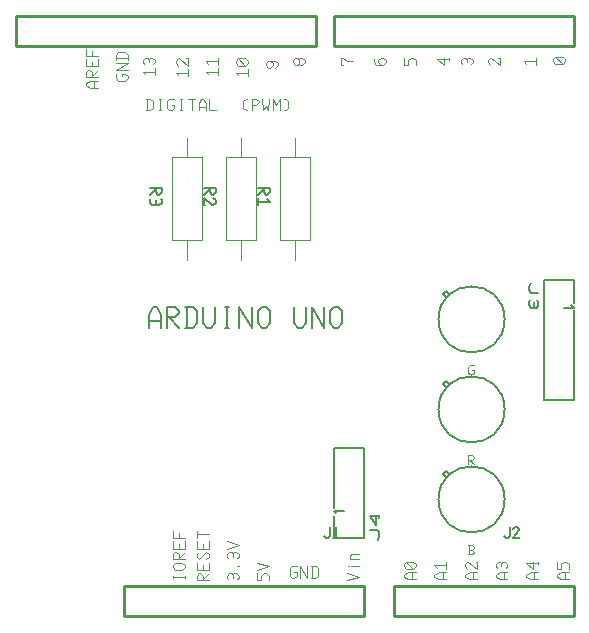
<source format=gbr>
G04 Generated by Ultiboard 14.1 *
%FSLAX34Y34*%
%MOMM*%

%ADD10C,0.0001*%
%ADD11C,0.0933*%
%ADD12C,0.1333*%
%ADD13C,0.2540*%
%ADD14C,0.1600*%
%ADD15C,0.2032*%
%ADD16C,0.1000*%
%ADD17C,0.0706*%
%ADD18C,0.2000*%


G04 ColorRGB FFFF00 for the following layer *
%LNSilkscreen Top*%
%LPD*%
G54D10*
G54D11*
X638380Y486684D02*
X640380Y484693D01*
X640380Y482702D01*
X638380Y480711D01*
X632380Y480711D01*
X630380Y482702D01*
X630380Y484693D01*
X632380Y486684D01*
X638380Y486684D01*
X638380Y480711D02*
X632380Y486684D01*
X577040Y479716D02*
X575040Y481707D01*
X575040Y483698D01*
X577040Y485689D01*
X578040Y485689D01*
X585040Y479716D01*
X585040Y485689D01*
X584040Y485689D01*
X607520Y480711D02*
X605520Y482702D01*
X615520Y482702D01*
X615520Y479716D02*
X615520Y485689D01*
X553180Y480711D02*
X552180Y481707D01*
X552180Y483698D01*
X554180Y485689D01*
X556180Y485689D01*
X557180Y484693D01*
X558180Y485689D01*
X560180Y485689D01*
X562180Y483698D01*
X562180Y481707D01*
X561180Y480711D01*
X557180Y481707D02*
X557180Y484693D01*
X537860Y485689D02*
X537860Y479716D01*
X531860Y484693D01*
X541860Y484693D01*
X541860Y483698D02*
X541860Y485689D01*
X503920Y485689D02*
X503920Y479716D01*
X507920Y479716D01*
X507920Y483698D01*
X509920Y485689D01*
X511920Y485689D01*
X513920Y483698D01*
X513920Y479716D01*
X419940Y483698D02*
X419940Y481707D01*
X417940Y479716D01*
X415940Y479716D01*
X414940Y480711D01*
X413940Y479716D01*
X411940Y479716D01*
X409940Y481707D01*
X409940Y483698D01*
X411940Y485689D01*
X413940Y485689D01*
X414940Y484693D01*
X415940Y485689D01*
X417940Y485689D01*
X419940Y483698D01*
X414940Y480711D02*
X414940Y484693D01*
X460580Y482702D02*
X455580Y482702D01*
X452580Y485689D01*
X450580Y485689D01*
X450580Y479716D01*
X452580Y479716D01*
X478520Y484693D02*
X478520Y481707D01*
X480520Y479716D01*
X484520Y479716D01*
X486520Y479716D01*
X488520Y481707D01*
X488520Y483698D01*
X486520Y485689D01*
X484520Y485689D01*
X482520Y483698D01*
X482520Y481707D01*
X484520Y479716D01*
X395080Y477176D02*
X397080Y479167D01*
X397080Y481158D01*
X395080Y483149D01*
X391080Y483149D01*
X389080Y483149D01*
X387080Y481158D01*
X387080Y479167D01*
X389080Y477176D01*
X391080Y477176D01*
X393080Y479167D01*
X393080Y481158D01*
X391080Y483149D01*
X363680Y471151D02*
X361680Y473142D01*
X371680Y473142D01*
X371680Y470156D02*
X371680Y476129D01*
X363680Y479116D02*
X361680Y481107D01*
X361680Y483098D01*
X363680Y485089D01*
X369680Y485089D01*
X371680Y483098D01*
X371680Y481107D01*
X369680Y479116D01*
X363680Y479116D01*
X363680Y485089D02*
X369680Y479116D01*
X338280Y471751D02*
X336280Y473742D01*
X346280Y473742D01*
X346280Y470756D02*
X346280Y476729D01*
X338280Y480711D02*
X336280Y482702D01*
X346280Y482702D01*
X346280Y479716D02*
X346280Y485689D01*
X312880Y471151D02*
X310880Y473142D01*
X320880Y473142D01*
X320880Y470156D02*
X320880Y476129D01*
X312880Y479116D02*
X310880Y481107D01*
X310880Y483098D01*
X312880Y485089D01*
X313880Y485089D01*
X320880Y479116D01*
X320880Y485089D01*
X319880Y485089D01*
X284940Y471751D02*
X282940Y473742D01*
X292940Y473742D01*
X292940Y470756D02*
X292940Y476729D01*
X283940Y480711D02*
X282940Y481707D01*
X282940Y483698D01*
X284940Y485689D01*
X286940Y485689D01*
X287940Y484693D01*
X288940Y485689D01*
X290940Y485689D01*
X292940Y483698D01*
X292940Y481707D01*
X291940Y480711D01*
X287940Y481707D02*
X287940Y484693D01*
X265080Y470258D02*
X265080Y472249D01*
X268080Y472249D01*
X270080Y470258D01*
X270080Y468267D01*
X268080Y466276D01*
X262080Y466276D01*
X260080Y468267D01*
X260080Y472249D01*
X270080Y475236D02*
X260080Y475236D01*
X270080Y481209D01*
X260080Y481209D01*
X270080Y484196D02*
X270080Y488178D01*
X268080Y490169D01*
X262080Y490169D01*
X260080Y488178D01*
X260080Y484196D01*
X260080Y485191D02*
X270080Y485191D01*
X244680Y460456D02*
X238680Y460456D01*
X234680Y462447D01*
X234680Y464438D01*
X238680Y466429D01*
X244680Y466429D01*
X241680Y460456D02*
X241680Y466429D01*
X244680Y469416D02*
X234680Y469416D01*
X234680Y473398D01*
X236680Y475389D01*
X237680Y475389D01*
X239680Y473398D01*
X239680Y469416D01*
X239680Y470411D02*
X244680Y475389D01*
X244680Y484349D02*
X244680Y478376D01*
X239680Y478376D01*
X234680Y478376D01*
X234680Y484349D01*
X239680Y478376D02*
X239680Y482358D01*
X244680Y487336D02*
X234680Y487336D01*
X234680Y493309D01*
X239680Y487336D02*
X239680Y491318D01*
X513920Y44036D02*
X507920Y44036D01*
X503920Y46027D01*
X503920Y48018D01*
X507920Y50009D01*
X513920Y50009D01*
X510920Y44036D02*
X510920Y50009D01*
X505920Y52996D02*
X503920Y54987D01*
X503920Y56978D01*
X505920Y58969D01*
X511920Y58969D01*
X513920Y56978D01*
X513920Y54987D01*
X511920Y52996D01*
X505920Y52996D01*
X505920Y58969D02*
X511920Y52996D01*
X643460Y44036D02*
X637460Y44036D01*
X633460Y46027D01*
X633460Y48018D01*
X637460Y50009D01*
X643460Y50009D01*
X640460Y44036D02*
X640460Y50009D01*
X633460Y58969D02*
X633460Y52996D01*
X637460Y52996D01*
X637460Y56978D01*
X639460Y58969D01*
X641460Y58969D01*
X643460Y56978D01*
X643460Y52996D01*
X539828Y44036D02*
X533828Y44036D01*
X529828Y46027D01*
X529828Y48018D01*
X533828Y50009D01*
X539828Y50009D01*
X536828Y44036D02*
X536828Y50009D01*
X531828Y53991D02*
X529828Y55982D01*
X539828Y55982D01*
X539828Y52996D02*
X539828Y58969D01*
X565736Y44036D02*
X559736Y44036D01*
X555736Y46027D01*
X555736Y48018D01*
X559736Y50009D01*
X565736Y50009D01*
X562736Y44036D02*
X562736Y50009D01*
X557736Y52996D02*
X555736Y54987D01*
X555736Y56978D01*
X557736Y58969D01*
X558736Y58969D01*
X565736Y52996D01*
X565736Y58969D01*
X564736Y58969D01*
X591644Y44036D02*
X585644Y44036D01*
X581644Y46027D01*
X581644Y48018D01*
X585644Y50009D01*
X591644Y50009D01*
X588644Y44036D02*
X588644Y50009D01*
X582644Y53991D02*
X581644Y54987D01*
X581644Y56978D01*
X583644Y58969D01*
X585644Y58969D01*
X586644Y57973D01*
X587644Y58969D01*
X589644Y58969D01*
X591644Y56978D01*
X591644Y54987D01*
X590644Y53991D01*
X586644Y54987D02*
X586644Y57973D01*
X617552Y44036D02*
X611552Y44036D01*
X607552Y46027D01*
X607552Y48018D01*
X611552Y50009D01*
X617552Y50009D01*
X614552Y44036D02*
X614552Y50009D01*
X613552Y58969D02*
X613552Y52996D01*
X607552Y57973D01*
X617552Y57973D01*
X617552Y56978D02*
X617552Y58969D01*
X318340Y45287D02*
X318340Y47278D01*
X308340Y45287D02*
X308340Y47278D01*
X318340Y46282D02*
X308340Y46282D01*
X316340Y52256D02*
X318340Y54247D01*
X318340Y56238D01*
X316340Y58229D01*
X310340Y58229D01*
X308340Y56238D01*
X308340Y54247D01*
X310340Y52256D01*
X316340Y52256D01*
X318340Y61216D02*
X308340Y61216D01*
X308340Y65198D01*
X310340Y67189D01*
X311340Y67189D01*
X313340Y65198D01*
X313340Y61216D01*
X313340Y62211D02*
X318340Y67189D01*
X318340Y76149D02*
X318340Y70176D01*
X313340Y70176D01*
X308340Y70176D01*
X308340Y76149D01*
X313340Y70176D02*
X313340Y74158D01*
X318340Y79136D02*
X308340Y79136D01*
X308340Y85109D01*
X313340Y79136D02*
X313340Y83118D01*
X338660Y43296D02*
X328660Y43296D01*
X328660Y47278D01*
X330660Y49269D01*
X331660Y49269D01*
X333660Y47278D01*
X333660Y43296D01*
X333660Y44291D02*
X338660Y49269D01*
X338660Y58229D02*
X338660Y52256D01*
X333660Y52256D01*
X328660Y52256D01*
X328660Y58229D01*
X333660Y52256D02*
X333660Y56238D01*
X336660Y61216D02*
X338660Y63207D01*
X338660Y65198D01*
X336660Y67189D01*
X330660Y61216D01*
X328660Y63207D01*
X328660Y65198D01*
X330660Y67189D01*
X338660Y76149D02*
X338660Y70176D01*
X333660Y70176D01*
X328660Y70176D01*
X328660Y76149D01*
X333660Y70176D02*
X333660Y74158D01*
X338660Y82122D02*
X328660Y82122D01*
X328660Y79136D02*
X328660Y85109D01*
X455660Y43296D02*
X465660Y46282D01*
X455660Y49269D01*
X465660Y55242D02*
X459660Y55242D01*
X457660Y55242D02*
X456660Y55242D01*
X465660Y61216D02*
X459660Y61216D01*
X458660Y61216D01*
X459660Y61216D02*
X458660Y62211D01*
X458660Y64202D01*
X459660Y65198D01*
X465660Y65198D01*
X379460Y49269D02*
X379460Y43296D01*
X383460Y43296D01*
X383460Y47278D01*
X385460Y49269D01*
X387460Y49269D01*
X389460Y47278D01*
X389460Y43296D01*
X379460Y52256D02*
X389460Y55242D01*
X379460Y58229D01*
X411378Y50300D02*
X413369Y50300D01*
X413369Y47300D01*
X411378Y45300D01*
X409387Y45300D01*
X407396Y47300D01*
X407396Y53300D01*
X409387Y55300D01*
X413369Y55300D01*
X416356Y45300D02*
X416356Y55300D01*
X422329Y45300D01*
X422329Y55300D01*
X425316Y45300D02*
X429298Y45300D01*
X431289Y47300D01*
X431289Y53300D01*
X429298Y55300D01*
X425316Y55300D01*
X426311Y55300D02*
X426311Y45300D01*
X285476Y441120D02*
X289458Y441120D01*
X291449Y443120D01*
X291449Y449120D01*
X289458Y451120D01*
X285476Y451120D01*
X286471Y451120D02*
X286471Y441120D01*
X296427Y441120D02*
X298418Y441120D01*
X296427Y451120D02*
X298418Y451120D01*
X297422Y441120D02*
X297422Y451120D01*
X307378Y446120D02*
X309369Y446120D01*
X309369Y443120D01*
X307378Y441120D01*
X305387Y441120D01*
X303396Y443120D01*
X303396Y449120D01*
X305387Y451120D01*
X309369Y451120D01*
X314347Y441120D02*
X316338Y441120D01*
X314347Y451120D02*
X316338Y451120D01*
X315342Y441120D02*
X315342Y451120D01*
X324302Y441120D02*
X324302Y451120D01*
X321316Y451120D02*
X327289Y451120D01*
X330276Y441120D02*
X330276Y447120D01*
X332267Y451120D01*
X334258Y451120D01*
X336249Y447120D01*
X336249Y441120D01*
X330276Y444120D02*
X336249Y444120D01*
X339236Y451120D02*
X339236Y441120D01*
X345209Y441120D01*
X371093Y441120D02*
X370098Y441120D01*
X368107Y443120D01*
X368107Y449120D01*
X370098Y451120D01*
X371093Y451120D01*
X375076Y441120D02*
X375076Y451120D01*
X379058Y451120D01*
X381049Y449120D01*
X381049Y448120D01*
X379058Y446120D01*
X375076Y446120D01*
X384036Y451120D02*
X385031Y441120D01*
X387022Y445120D01*
X389013Y441120D01*
X390009Y451120D01*
X392996Y441120D02*
X392996Y451120D01*
X395982Y446120D01*
X398969Y451120D01*
X398969Y441120D01*
X402951Y451120D02*
X403947Y451120D01*
X405938Y449120D01*
X405938Y443120D01*
X403947Y441120D01*
X402951Y441120D01*
X355060Y44291D02*
X354060Y45287D01*
X354060Y47278D01*
X356060Y49269D01*
X358060Y49269D01*
X359060Y48273D01*
X360060Y49269D01*
X362060Y49269D01*
X364060Y47278D01*
X364060Y45287D01*
X363060Y44291D01*
X359060Y45287D02*
X359060Y48273D01*
X364060Y55242D02*
X363060Y55242D01*
X355060Y62211D02*
X354060Y63207D01*
X354060Y65198D01*
X356060Y67189D01*
X358060Y67189D01*
X359060Y66193D01*
X360060Y67189D01*
X362060Y67189D01*
X364060Y65198D01*
X364060Y63207D01*
X363060Y62211D01*
X359060Y63207D02*
X359060Y66193D01*
X354060Y70176D02*
X364060Y73162D01*
X354060Y76149D01*
G54D12*
X436553Y81186D02*
X438260Y79471D01*
X439967Y79471D01*
X441673Y81186D01*
X441673Y88043D01*
X445087Y86329D02*
X446793Y88043D01*
X446793Y79471D01*
X444233Y79471D02*
X449353Y79471D01*
X589073Y81186D02*
X590780Y79471D01*
X592487Y79471D01*
X594193Y81186D01*
X594193Y88043D01*
X596753Y86329D02*
X598460Y88043D01*
X600167Y88043D01*
X601873Y86329D01*
X601873Y85471D01*
X596753Y79471D01*
X601873Y79471D01*
X601873Y80329D01*
G54D13*
X266700Y38100D02*
X469900Y38100D01*
X469900Y12700D01*
X266700Y12700D01*
X266700Y38100D01*
X495300Y38100D02*
X647700Y38100D01*
X647700Y12700D01*
X495300Y12700D01*
X495300Y38100D01*
X429260Y495300D02*
X175260Y495300D01*
X175260Y520700D01*
X429260Y520700D01*
X429260Y495300D01*
X647700Y495300D02*
X444500Y495300D01*
X444500Y520700D01*
X647700Y520700D01*
X647700Y495300D01*
G54D14*
X288067Y257303D02*
X288067Y267589D01*
X291480Y274446D01*
X294893Y274446D01*
X298307Y267589D01*
X298307Y257303D01*
X288067Y262446D02*
X298307Y262446D01*
X303427Y257303D02*
X303427Y274446D01*
X310253Y274446D01*
X313667Y271017D01*
X313667Y269303D01*
X310253Y265874D01*
X303427Y265874D01*
X305133Y265874D02*
X313667Y257303D01*
X318787Y257303D02*
X325613Y257303D01*
X329027Y260731D01*
X329027Y271017D01*
X325613Y274446D01*
X318787Y274446D01*
X320493Y274446D02*
X320493Y257303D01*
X334147Y274446D02*
X334147Y260731D01*
X337560Y257303D01*
X340973Y257303D01*
X344387Y260731D01*
X344387Y274446D01*
X352920Y257303D02*
X356333Y257303D01*
X352920Y274446D02*
X356333Y274446D01*
X354627Y257303D02*
X354627Y274446D01*
X364867Y257303D02*
X364867Y274446D01*
X375107Y257303D01*
X375107Y274446D01*
X380227Y260731D02*
X383640Y257303D01*
X387053Y257303D01*
X390467Y260731D01*
X390467Y271017D01*
X387053Y274446D01*
X383640Y274446D01*
X380227Y271017D01*
X380227Y260731D01*
X410947Y274446D02*
X410947Y260731D01*
X414360Y257303D01*
X417773Y257303D01*
X421187Y260731D01*
X421187Y274446D01*
X426307Y257303D02*
X426307Y274446D01*
X436547Y257303D01*
X436547Y274446D01*
X441667Y260731D02*
X445080Y257303D01*
X448493Y257303D01*
X451907Y260731D01*
X451907Y271017D01*
X448493Y274446D01*
X445080Y274446D01*
X441667Y271017D01*
X441667Y260731D01*
G54D15*
X481784Y77611D02*
X483295Y80433D01*
X483295Y83256D01*
X481784Y86078D01*
X475736Y86078D01*
X480272Y98778D02*
X480272Y90311D01*
X475736Y97367D01*
X483295Y97367D01*
X483295Y95956D02*
X483295Y98778D01*
X444500Y78740D02*
X469900Y78740D01*
X444500Y154940D02*
X469900Y154940D01*
X444500Y154940D02*
X444500Y104140D01*
X444500Y97790D02*
X444500Y78740D01*
X444500Y102023D02*
X452967Y102023D01*
X446617Y99907D02*
X444500Y102023D01*
X469900Y154940D02*
X469900Y78740D01*
X611869Y294715D02*
X610357Y291893D01*
X610357Y289070D01*
X611869Y286248D01*
X617917Y286248D01*
X617161Y280604D02*
X617917Y279193D01*
X617917Y276370D01*
X616405Y273548D01*
X614893Y273548D01*
X614137Y274959D01*
X613381Y273548D01*
X611869Y273548D01*
X610357Y276370D01*
X610357Y279193D01*
X611113Y280604D01*
X614137Y279193D02*
X614137Y274959D01*
X622300Y195580D02*
X622300Y297180D01*
X647700Y195580D02*
X647700Y271780D01*
X647700Y297180D02*
X622300Y297180D01*
X647700Y278130D02*
X647700Y297180D01*
X647700Y273897D02*
X639233Y273897D01*
X645583Y276013D02*
X647700Y273897D01*
X647700Y195580D02*
X622300Y195580D01*
X289040Y375804D02*
X299040Y375804D01*
X299040Y371822D01*
X297040Y369831D01*
X296040Y369831D01*
X294040Y371822D01*
X294040Y375804D01*
X294040Y374809D02*
X289040Y369831D01*
X298040Y365849D02*
X299040Y364853D01*
X299040Y362862D01*
X297040Y360871D01*
X295040Y360871D01*
X294040Y361867D01*
X293040Y360871D01*
X291040Y360871D01*
X289040Y362862D01*
X289040Y364853D01*
X290040Y365849D01*
X294040Y364853D02*
X294040Y361867D01*
X334760Y375804D02*
X344760Y375804D01*
X344760Y371822D01*
X342760Y369831D01*
X341760Y369831D01*
X339760Y371822D01*
X339760Y375804D01*
X339760Y374809D02*
X334760Y369831D01*
X342760Y366844D02*
X344760Y364853D01*
X344760Y362862D01*
X342760Y360871D01*
X341760Y360871D01*
X334760Y366844D01*
X334760Y360871D01*
X335760Y360871D01*
X380480Y375804D02*
X390480Y375804D01*
X390480Y371822D01*
X388480Y369831D01*
X387480Y369831D01*
X385480Y371822D01*
X385480Y375804D01*
X385480Y374809D02*
X380480Y369831D01*
X388480Y365849D02*
X390480Y363858D01*
X380480Y363858D01*
X380480Y366844D02*
X380480Y360871D01*
G54D16*
X332940Y401800D02*
X307440Y401800D01*
X307440Y331800D01*
X332940Y331800D01*
X332940Y401800D01*
X320040Y417800D02*
X320040Y401800D01*
X320040Y331800D02*
X320040Y314800D01*
X378660Y401800D02*
X353160Y401800D01*
X353160Y331800D01*
X378660Y331800D01*
X378660Y401800D01*
X365760Y417800D02*
X365760Y401800D01*
X365760Y331800D02*
X365760Y314800D01*
X424380Y401800D02*
X398880Y401800D01*
X398880Y331800D01*
X424380Y331800D01*
X424380Y401800D01*
X411480Y417800D02*
X411480Y401800D01*
X411480Y331800D02*
X411480Y314800D01*
G54D17*
X558706Y141436D02*
X558706Y148996D01*
X561716Y148996D01*
X563221Y147484D01*
X563221Y146728D01*
X561716Y145216D01*
X558706Y145216D01*
X559459Y145216D02*
X563221Y141436D01*
X558706Y65236D02*
X561716Y65236D01*
X563221Y66748D01*
X563221Y67504D01*
X561716Y69016D01*
X563221Y70528D01*
X563221Y71284D01*
X561716Y72796D01*
X559459Y72796D01*
X558706Y72796D01*
X559459Y69016D02*
X561716Y69016D01*
X559459Y72796D02*
X559459Y65236D01*
X561716Y221416D02*
X563221Y221416D01*
X563221Y219148D01*
X561716Y217636D01*
X560211Y217636D01*
X558706Y219148D01*
X558706Y223684D01*
X560211Y225196D01*
X563221Y225196D01*
G54D18*
X533340Y187960D02*
G75*
D01*
G02X533340Y187960I28000J0*
G01*
X537340Y209460D02*
X540340Y206460D01*
X539840Y211960D02*
X542840Y208960D01*
X539840Y211960D02*
X537340Y209460D01*
X533340Y111760D02*
G75*
D01*
G02X533340Y111760I28000J0*
G01*
X537340Y133260D02*
X540340Y130260D01*
X539840Y135760D02*
X542840Y132760D01*
X539840Y135760D02*
X537340Y133260D01*
X533340Y264160D02*
G75*
D01*
G02X533340Y264160I28000J0*
G01*
X537340Y285660D02*
X540340Y282660D01*
X539840Y288160D02*
X542840Y285160D01*
X539840Y288160D02*
X537340Y285660D01*

M02*

</source>
